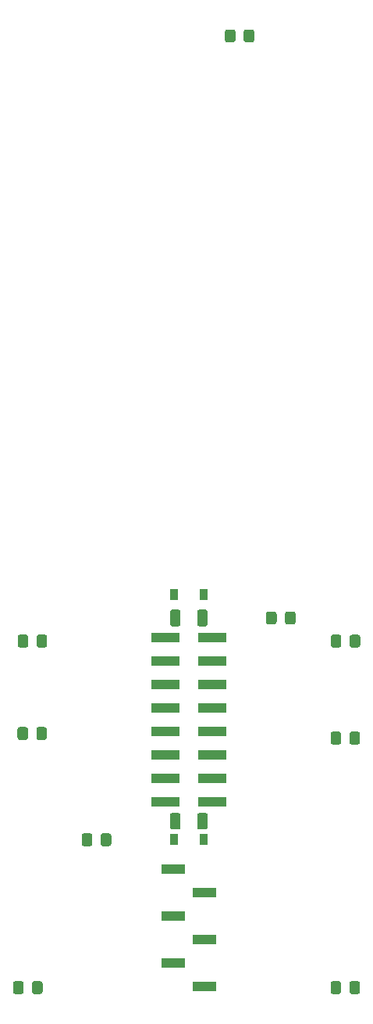
<source format=gbp>
G04 #@! TF.GenerationSoftware,KiCad,Pcbnew,(5.1.9)-1*
G04 #@! TF.CreationDate,2021-04-12T22:44:31+02:00*
G04 #@! TF.ProjectId,KicadJE_Face,4b696361-644a-4455-9f46-6163652e6b69,rev?*
G04 #@! TF.SameCoordinates,Original*
G04 #@! TF.FileFunction,Paste,Bot*
G04 #@! TF.FilePolarity,Positive*
%FSLAX46Y46*%
G04 Gerber Fmt 4.6, Leading zero omitted, Abs format (unit mm)*
G04 Created by KiCad (PCBNEW (5.1.9)-1) date 2021-04-12 22:44:31*
%MOMM*%
%LPD*%
G01*
G04 APERTURE LIST*
%ADD10R,0.900000X1.200000*%
%ADD11R,2.510000X1.000000*%
%ADD12R,3.150000X1.000000*%
G04 APERTURE END LIST*
G36*
G01*
X213900000Y-131650001D02*
X213900000Y-130349999D01*
G75*
G02*
X214149999Y-130100000I249999J0D01*
G01*
X214800001Y-130100000D01*
G75*
G02*
X215050000Y-130349999I0J-249999D01*
G01*
X215050000Y-131650001D01*
G75*
G02*
X214800001Y-131900000I-249999J0D01*
G01*
X214149999Y-131900000D01*
G75*
G02*
X213900000Y-131650001I0J249999D01*
G01*
G37*
G36*
G01*
X210950000Y-131650001D02*
X210950000Y-130349999D01*
G75*
G02*
X211199999Y-130100000I249999J0D01*
G01*
X211850001Y-130100000D01*
G75*
G02*
X212100000Y-130349999I0J-249999D01*
G01*
X212100000Y-131650001D01*
G75*
G02*
X211850001Y-131900000I-249999J0D01*
G01*
X211199999Y-131900000D01*
G75*
G02*
X210950000Y-131650001I0J249999D01*
G01*
G37*
G36*
G01*
X210950000Y-109650001D02*
X210950000Y-108349999D01*
G75*
G02*
X211199999Y-108100000I249999J0D01*
G01*
X211850001Y-108100000D01*
G75*
G02*
X212100000Y-108349999I0J-249999D01*
G01*
X212100000Y-109650001D01*
G75*
G02*
X211850001Y-109900000I-249999J0D01*
G01*
X211199999Y-109900000D01*
G75*
G02*
X210950000Y-109650001I0J249999D01*
G01*
G37*
G36*
G01*
X213900000Y-109650001D02*
X213900000Y-108349999D01*
G75*
G02*
X214149999Y-108100000I249999J0D01*
G01*
X214800001Y-108100000D01*
G75*
G02*
X215050000Y-108349999I0J-249999D01*
G01*
X215050000Y-109650001D01*
G75*
G02*
X214800001Y-109900000I-249999J0D01*
G01*
X214149999Y-109900000D01*
G75*
G02*
X213900000Y-109650001I0J249999D01*
G01*
G37*
G36*
G01*
X202525000Y-132549999D02*
X202525000Y-133450001D01*
G75*
G02*
X202275001Y-133700000I-249999J0D01*
G01*
X201624999Y-133700000D01*
G75*
G02*
X201375000Y-133450001I0J249999D01*
G01*
X201375000Y-132549999D01*
G75*
G02*
X201624999Y-132300000I249999J0D01*
G01*
X202275001Y-132300000D01*
G75*
G02*
X202525000Y-132549999I0J-249999D01*
G01*
G37*
G36*
G01*
X204575000Y-132549999D02*
X204575000Y-133450001D01*
G75*
G02*
X204325001Y-133700000I-249999J0D01*
G01*
X203674999Y-133700000D01*
G75*
G02*
X203425000Y-133450001I0J249999D01*
G01*
X203425000Y-132549999D01*
G75*
G02*
X203674999Y-132300000I249999J0D01*
G01*
X204325001Y-132300000D01*
G75*
G02*
X204575000Y-132549999I0J-249999D01*
G01*
G37*
G36*
G01*
X224575000Y-108549999D02*
X224575000Y-109450001D01*
G75*
G02*
X224325001Y-109700000I-249999J0D01*
G01*
X223674999Y-109700000D01*
G75*
G02*
X223425000Y-109450001I0J249999D01*
G01*
X223425000Y-108549999D01*
G75*
G02*
X223674999Y-108300000I249999J0D01*
G01*
X224325001Y-108300000D01*
G75*
G02*
X224575000Y-108549999I0J-249999D01*
G01*
G37*
G36*
G01*
X222525000Y-108549999D02*
X222525000Y-109450001D01*
G75*
G02*
X222275001Y-109700000I-249999J0D01*
G01*
X221624999Y-109700000D01*
G75*
G02*
X221375000Y-109450001I0J249999D01*
G01*
X221375000Y-108549999D01*
G75*
G02*
X221624999Y-108300000I249999J0D01*
G01*
X222275001Y-108300000D01*
G75*
G02*
X222525000Y-108549999I0J-249999D01*
G01*
G37*
D10*
X214650000Y-133000000D03*
X211350000Y-133000000D03*
X211350000Y-106500000D03*
X214650000Y-106500000D03*
G36*
G01*
X218950000Y-46450001D02*
X218950000Y-45549999D01*
G75*
G02*
X219199999Y-45300000I249999J0D01*
G01*
X219850001Y-45300000D01*
G75*
G02*
X220100000Y-45549999I0J-249999D01*
G01*
X220100000Y-46450001D01*
G75*
G02*
X219850001Y-46700000I-249999J0D01*
G01*
X219199999Y-46700000D01*
G75*
G02*
X218950000Y-46450001I0J249999D01*
G01*
G37*
G36*
G01*
X216900000Y-46450001D02*
X216900000Y-45549999D01*
G75*
G02*
X217149999Y-45300000I249999J0D01*
G01*
X217800001Y-45300000D01*
G75*
G02*
X218050000Y-45549999I0J-249999D01*
G01*
X218050000Y-46450001D01*
G75*
G02*
X217800001Y-46700000I-249999J0D01*
G01*
X217149999Y-46700000D01*
G75*
G02*
X216900000Y-46450001I0J249999D01*
G01*
G37*
G36*
G01*
X197625000Y-111049999D02*
X197625000Y-111950001D01*
G75*
G02*
X197375001Y-112200000I-249999J0D01*
G01*
X196724999Y-112200000D01*
G75*
G02*
X196475000Y-111950001I0J249999D01*
G01*
X196475000Y-111049999D01*
G75*
G02*
X196724999Y-110800000I249999J0D01*
G01*
X197375001Y-110800000D01*
G75*
G02*
X197625000Y-111049999I0J-249999D01*
G01*
G37*
G36*
G01*
X195575000Y-111049999D02*
X195575000Y-111950001D01*
G75*
G02*
X195325001Y-112200000I-249999J0D01*
G01*
X194674999Y-112200000D01*
G75*
G02*
X194425000Y-111950001I0J249999D01*
G01*
X194425000Y-111049999D01*
G75*
G02*
X194674999Y-110800000I249999J0D01*
G01*
X195325001Y-110800000D01*
G75*
G02*
X195575000Y-111049999I0J-249999D01*
G01*
G37*
G36*
G01*
X230450000Y-111950001D02*
X230450000Y-111049999D01*
G75*
G02*
X230699999Y-110800000I249999J0D01*
G01*
X231350001Y-110800000D01*
G75*
G02*
X231600000Y-111049999I0J-249999D01*
G01*
X231600000Y-111950001D01*
G75*
G02*
X231350001Y-112200000I-249999J0D01*
G01*
X230699999Y-112200000D01*
G75*
G02*
X230450000Y-111950001I0J249999D01*
G01*
G37*
G36*
G01*
X228400000Y-111950001D02*
X228400000Y-111049999D01*
G75*
G02*
X228649999Y-110800000I249999J0D01*
G01*
X229300001Y-110800000D01*
G75*
G02*
X229550000Y-111049999I0J-249999D01*
G01*
X229550000Y-111950001D01*
G75*
G02*
X229300001Y-112200000I-249999J0D01*
G01*
X228649999Y-112200000D01*
G75*
G02*
X228400000Y-111950001I0J249999D01*
G01*
G37*
G36*
G01*
X197600000Y-121049999D02*
X197600000Y-121950001D01*
G75*
G02*
X197350001Y-122200000I-249999J0D01*
G01*
X196699999Y-122200000D01*
G75*
G02*
X196450000Y-121950001I0J249999D01*
G01*
X196450000Y-121049999D01*
G75*
G02*
X196699999Y-120800000I249999J0D01*
G01*
X197350001Y-120800000D01*
G75*
G02*
X197600000Y-121049999I0J-249999D01*
G01*
G37*
G36*
G01*
X195550000Y-121049999D02*
X195550000Y-121950001D01*
G75*
G02*
X195300001Y-122200000I-249999J0D01*
G01*
X194649999Y-122200000D01*
G75*
G02*
X194400000Y-121950001I0J249999D01*
G01*
X194400000Y-121049999D01*
G75*
G02*
X194649999Y-120800000I249999J0D01*
G01*
X195300001Y-120800000D01*
G75*
G02*
X195550000Y-121049999I0J-249999D01*
G01*
G37*
G36*
G01*
X228375000Y-122450001D02*
X228375000Y-121549999D01*
G75*
G02*
X228624999Y-121300000I249999J0D01*
G01*
X229275001Y-121300000D01*
G75*
G02*
X229525000Y-121549999I0J-249999D01*
G01*
X229525000Y-122450001D01*
G75*
G02*
X229275001Y-122700000I-249999J0D01*
G01*
X228624999Y-122700000D01*
G75*
G02*
X228375000Y-122450001I0J249999D01*
G01*
G37*
G36*
G01*
X230425000Y-122450001D02*
X230425000Y-121549999D01*
G75*
G02*
X230674999Y-121300000I249999J0D01*
G01*
X231325001Y-121300000D01*
G75*
G02*
X231575000Y-121549999I0J-249999D01*
G01*
X231575000Y-122450001D01*
G75*
G02*
X231325001Y-122700000I-249999J0D01*
G01*
X230674999Y-122700000D01*
G75*
G02*
X230425000Y-122450001I0J249999D01*
G01*
G37*
G36*
G01*
X197125000Y-148549999D02*
X197125000Y-149450001D01*
G75*
G02*
X196875001Y-149700000I-249999J0D01*
G01*
X196224999Y-149700000D01*
G75*
G02*
X195975000Y-149450001I0J249999D01*
G01*
X195975000Y-148549999D01*
G75*
G02*
X196224999Y-148300000I249999J0D01*
G01*
X196875001Y-148300000D01*
G75*
G02*
X197125000Y-148549999I0J-249999D01*
G01*
G37*
G36*
G01*
X195075000Y-148549999D02*
X195075000Y-149450001D01*
G75*
G02*
X194825001Y-149700000I-249999J0D01*
G01*
X194174999Y-149700000D01*
G75*
G02*
X193925000Y-149450001I0J249999D01*
G01*
X193925000Y-148549999D01*
G75*
G02*
X194174999Y-148300000I249999J0D01*
G01*
X194825001Y-148300000D01*
G75*
G02*
X195075000Y-148549999I0J-249999D01*
G01*
G37*
G36*
G01*
X230425000Y-149450001D02*
X230425000Y-148549999D01*
G75*
G02*
X230674999Y-148300000I249999J0D01*
G01*
X231325001Y-148300000D01*
G75*
G02*
X231575000Y-148549999I0J-249999D01*
G01*
X231575000Y-149450001D01*
G75*
G02*
X231325001Y-149700000I-249999J0D01*
G01*
X230674999Y-149700000D01*
G75*
G02*
X230425000Y-149450001I0J249999D01*
G01*
G37*
G36*
G01*
X228375000Y-149450001D02*
X228375000Y-148549999D01*
G75*
G02*
X228624999Y-148300000I249999J0D01*
G01*
X229275001Y-148300000D01*
G75*
G02*
X229525000Y-148549999I0J-249999D01*
G01*
X229525000Y-149450001D01*
G75*
G02*
X229275001Y-149700000I-249999J0D01*
G01*
X228624999Y-149700000D01*
G75*
G02*
X228375000Y-149450001I0J249999D01*
G01*
G37*
D11*
X214655000Y-138690000D03*
X214655000Y-143770000D03*
X214655000Y-148850000D03*
X211345000Y-136150000D03*
X211345000Y-141230000D03*
X211345000Y-146310000D03*
D12*
X215525000Y-111110000D03*
X210475000Y-111110000D03*
X215525000Y-113650000D03*
X210475000Y-113650000D03*
X215525000Y-116190000D03*
X210475000Y-116190000D03*
X215525000Y-118730000D03*
X210475000Y-118730000D03*
X215525000Y-121270000D03*
X210475000Y-121270000D03*
X215525000Y-123810000D03*
X210475000Y-123810000D03*
X215525000Y-126350000D03*
X210475000Y-126350000D03*
X215525000Y-128890000D03*
X210475000Y-128890000D03*
M02*

</source>
